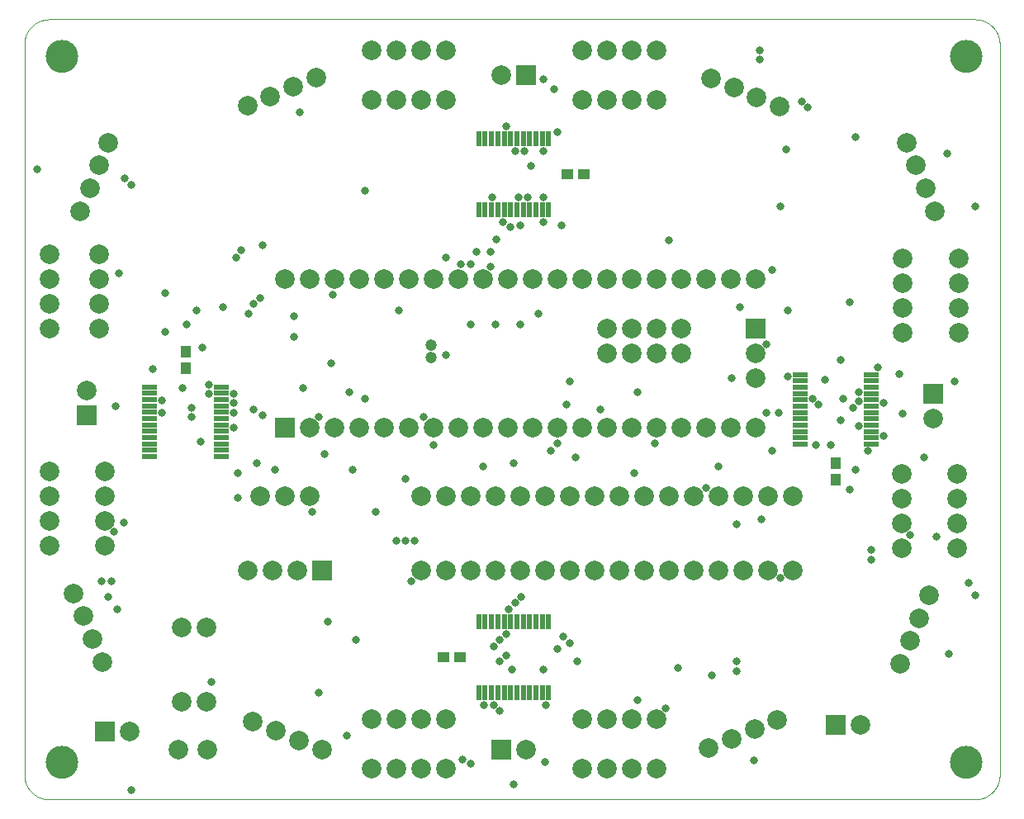
<source format=gts>
G75*
%MOIN*%
%OFA0B0*%
%FSLAX25Y25*%
%IPPOS*%
%LPD*%
%AMOC8*
5,1,8,0,0,1.08239X$1,22.5*
%
%ADD10C,0.00000*%
%ADD11C,0.13098*%
%ADD12C,0.07900*%
%ADD13R,0.07900X0.07900*%
%ADD14C,0.04700*%
%ADD15R,0.01870X0.06000*%
%ADD16R,0.04831X0.04437*%
%ADD17R,0.06000X0.01870*%
%ADD18R,0.04437X0.04831*%
%ADD19C,0.03200*%
D10*
X0086433Y0068933D02*
X0086433Y0363894D01*
X0086436Y0364136D01*
X0086445Y0364377D01*
X0086459Y0364618D01*
X0086480Y0364859D01*
X0086506Y0365099D01*
X0086538Y0365339D01*
X0086576Y0365578D01*
X0086619Y0365815D01*
X0086669Y0366052D01*
X0086724Y0366287D01*
X0086784Y0366521D01*
X0086851Y0366753D01*
X0086922Y0366984D01*
X0087000Y0367213D01*
X0087083Y0367440D01*
X0087171Y0367665D01*
X0087265Y0367888D01*
X0087364Y0368108D01*
X0087469Y0368326D01*
X0087578Y0368541D01*
X0087693Y0368754D01*
X0087813Y0368964D01*
X0087938Y0369170D01*
X0088068Y0369374D01*
X0088203Y0369575D01*
X0088343Y0369772D01*
X0088487Y0369966D01*
X0088636Y0370156D01*
X0088790Y0370342D01*
X0088948Y0370525D01*
X0089110Y0370704D01*
X0089277Y0370879D01*
X0089448Y0371050D01*
X0089623Y0371217D01*
X0089802Y0371379D01*
X0089985Y0371537D01*
X0090171Y0371691D01*
X0090361Y0371840D01*
X0090555Y0371984D01*
X0090752Y0372124D01*
X0090953Y0372259D01*
X0091157Y0372389D01*
X0091363Y0372514D01*
X0091573Y0372634D01*
X0091786Y0372749D01*
X0092001Y0372858D01*
X0092219Y0372963D01*
X0092439Y0373062D01*
X0092662Y0373156D01*
X0092887Y0373244D01*
X0093114Y0373327D01*
X0093343Y0373405D01*
X0093574Y0373476D01*
X0093806Y0373543D01*
X0094040Y0373603D01*
X0094275Y0373658D01*
X0094512Y0373708D01*
X0094749Y0373751D01*
X0094988Y0373789D01*
X0095228Y0373821D01*
X0095468Y0373847D01*
X0095709Y0373868D01*
X0095950Y0373882D01*
X0096191Y0373891D01*
X0096433Y0373894D01*
X0470134Y0373894D01*
X0470376Y0373891D01*
X0470617Y0373882D01*
X0470858Y0373868D01*
X0471099Y0373847D01*
X0471339Y0373821D01*
X0471579Y0373789D01*
X0471818Y0373751D01*
X0472055Y0373708D01*
X0472292Y0373658D01*
X0472527Y0373603D01*
X0472761Y0373543D01*
X0472993Y0373476D01*
X0473224Y0373405D01*
X0473453Y0373327D01*
X0473680Y0373244D01*
X0473905Y0373156D01*
X0474128Y0373062D01*
X0474348Y0372963D01*
X0474566Y0372858D01*
X0474781Y0372749D01*
X0474994Y0372634D01*
X0475204Y0372514D01*
X0475410Y0372389D01*
X0475614Y0372259D01*
X0475815Y0372124D01*
X0476012Y0371984D01*
X0476206Y0371840D01*
X0476396Y0371691D01*
X0476582Y0371537D01*
X0476765Y0371379D01*
X0476944Y0371217D01*
X0477119Y0371050D01*
X0477290Y0370879D01*
X0477457Y0370704D01*
X0477619Y0370525D01*
X0477777Y0370342D01*
X0477931Y0370156D01*
X0478080Y0369966D01*
X0478224Y0369772D01*
X0478364Y0369575D01*
X0478499Y0369374D01*
X0478629Y0369170D01*
X0478754Y0368964D01*
X0478874Y0368754D01*
X0478989Y0368541D01*
X0479098Y0368326D01*
X0479203Y0368108D01*
X0479302Y0367888D01*
X0479396Y0367665D01*
X0479484Y0367440D01*
X0479567Y0367213D01*
X0479645Y0366984D01*
X0479716Y0366753D01*
X0479783Y0366521D01*
X0479843Y0366287D01*
X0479898Y0366052D01*
X0479948Y0365815D01*
X0479991Y0365578D01*
X0480029Y0365339D01*
X0480061Y0365099D01*
X0480087Y0364859D01*
X0480108Y0364618D01*
X0480122Y0364377D01*
X0480131Y0364136D01*
X0480134Y0363894D01*
X0480134Y0068933D01*
X0480131Y0068691D01*
X0480122Y0068450D01*
X0480108Y0068209D01*
X0480087Y0067968D01*
X0480061Y0067728D01*
X0480029Y0067488D01*
X0479991Y0067249D01*
X0479948Y0067012D01*
X0479898Y0066775D01*
X0479843Y0066540D01*
X0479783Y0066306D01*
X0479716Y0066074D01*
X0479645Y0065843D01*
X0479567Y0065614D01*
X0479484Y0065387D01*
X0479396Y0065162D01*
X0479302Y0064939D01*
X0479203Y0064719D01*
X0479098Y0064501D01*
X0478989Y0064286D01*
X0478874Y0064073D01*
X0478754Y0063863D01*
X0478629Y0063657D01*
X0478499Y0063453D01*
X0478364Y0063252D01*
X0478224Y0063055D01*
X0478080Y0062861D01*
X0477931Y0062671D01*
X0477777Y0062485D01*
X0477619Y0062302D01*
X0477457Y0062123D01*
X0477290Y0061948D01*
X0477119Y0061777D01*
X0476944Y0061610D01*
X0476765Y0061448D01*
X0476582Y0061290D01*
X0476396Y0061136D01*
X0476206Y0060987D01*
X0476012Y0060843D01*
X0475815Y0060703D01*
X0475614Y0060568D01*
X0475410Y0060438D01*
X0475204Y0060313D01*
X0474994Y0060193D01*
X0474781Y0060078D01*
X0474566Y0059969D01*
X0474348Y0059864D01*
X0474128Y0059765D01*
X0473905Y0059671D01*
X0473680Y0059583D01*
X0473453Y0059500D01*
X0473224Y0059422D01*
X0472993Y0059351D01*
X0472761Y0059284D01*
X0472527Y0059224D01*
X0472292Y0059169D01*
X0472055Y0059119D01*
X0471818Y0059076D01*
X0471579Y0059038D01*
X0471339Y0059006D01*
X0471099Y0058980D01*
X0470858Y0058959D01*
X0470617Y0058945D01*
X0470376Y0058936D01*
X0470134Y0058933D01*
X0096433Y0058933D01*
X0096191Y0058936D01*
X0095950Y0058945D01*
X0095709Y0058959D01*
X0095468Y0058980D01*
X0095228Y0059006D01*
X0094988Y0059038D01*
X0094749Y0059076D01*
X0094512Y0059119D01*
X0094275Y0059169D01*
X0094040Y0059224D01*
X0093806Y0059284D01*
X0093574Y0059351D01*
X0093343Y0059422D01*
X0093114Y0059500D01*
X0092887Y0059583D01*
X0092662Y0059671D01*
X0092439Y0059765D01*
X0092219Y0059864D01*
X0092001Y0059969D01*
X0091786Y0060078D01*
X0091573Y0060193D01*
X0091363Y0060313D01*
X0091157Y0060438D01*
X0090953Y0060568D01*
X0090752Y0060703D01*
X0090555Y0060843D01*
X0090361Y0060987D01*
X0090171Y0061136D01*
X0089985Y0061290D01*
X0089802Y0061448D01*
X0089623Y0061610D01*
X0089448Y0061777D01*
X0089277Y0061948D01*
X0089110Y0062123D01*
X0088948Y0062302D01*
X0088790Y0062485D01*
X0088636Y0062671D01*
X0088487Y0062861D01*
X0088343Y0063055D01*
X0088203Y0063252D01*
X0088068Y0063453D01*
X0087938Y0063657D01*
X0087813Y0063863D01*
X0087693Y0064073D01*
X0087578Y0064286D01*
X0087469Y0064501D01*
X0087364Y0064719D01*
X0087265Y0064939D01*
X0087171Y0065162D01*
X0087083Y0065387D01*
X0087000Y0065614D01*
X0086922Y0065843D01*
X0086851Y0066074D01*
X0086784Y0066306D01*
X0086724Y0066540D01*
X0086669Y0066775D01*
X0086619Y0067012D01*
X0086576Y0067249D01*
X0086538Y0067488D01*
X0086506Y0067728D01*
X0086480Y0067968D01*
X0086459Y0068209D01*
X0086445Y0068450D01*
X0086436Y0068691D01*
X0086433Y0068933D01*
X0095134Y0073933D02*
X0095136Y0074091D01*
X0095142Y0074249D01*
X0095152Y0074407D01*
X0095166Y0074565D01*
X0095184Y0074722D01*
X0095205Y0074879D01*
X0095231Y0075035D01*
X0095261Y0075191D01*
X0095294Y0075346D01*
X0095332Y0075499D01*
X0095373Y0075652D01*
X0095418Y0075804D01*
X0095467Y0075955D01*
X0095520Y0076104D01*
X0095576Y0076252D01*
X0095636Y0076398D01*
X0095700Y0076543D01*
X0095768Y0076686D01*
X0095839Y0076828D01*
X0095913Y0076968D01*
X0095991Y0077105D01*
X0096073Y0077241D01*
X0096157Y0077375D01*
X0096246Y0077506D01*
X0096337Y0077635D01*
X0096432Y0077762D01*
X0096529Y0077887D01*
X0096630Y0078009D01*
X0096734Y0078128D01*
X0096841Y0078245D01*
X0096951Y0078359D01*
X0097064Y0078470D01*
X0097179Y0078579D01*
X0097297Y0078684D01*
X0097418Y0078786D01*
X0097541Y0078886D01*
X0097667Y0078982D01*
X0097795Y0079075D01*
X0097925Y0079165D01*
X0098058Y0079251D01*
X0098193Y0079335D01*
X0098329Y0079414D01*
X0098468Y0079491D01*
X0098609Y0079563D01*
X0098751Y0079633D01*
X0098895Y0079698D01*
X0099041Y0079760D01*
X0099188Y0079818D01*
X0099337Y0079873D01*
X0099487Y0079924D01*
X0099638Y0079971D01*
X0099790Y0080014D01*
X0099943Y0080053D01*
X0100098Y0080089D01*
X0100253Y0080120D01*
X0100409Y0080148D01*
X0100565Y0080172D01*
X0100722Y0080192D01*
X0100880Y0080208D01*
X0101037Y0080220D01*
X0101196Y0080228D01*
X0101354Y0080232D01*
X0101512Y0080232D01*
X0101670Y0080228D01*
X0101829Y0080220D01*
X0101986Y0080208D01*
X0102144Y0080192D01*
X0102301Y0080172D01*
X0102457Y0080148D01*
X0102613Y0080120D01*
X0102768Y0080089D01*
X0102923Y0080053D01*
X0103076Y0080014D01*
X0103228Y0079971D01*
X0103379Y0079924D01*
X0103529Y0079873D01*
X0103678Y0079818D01*
X0103825Y0079760D01*
X0103971Y0079698D01*
X0104115Y0079633D01*
X0104257Y0079563D01*
X0104398Y0079491D01*
X0104537Y0079414D01*
X0104673Y0079335D01*
X0104808Y0079251D01*
X0104941Y0079165D01*
X0105071Y0079075D01*
X0105199Y0078982D01*
X0105325Y0078886D01*
X0105448Y0078786D01*
X0105569Y0078684D01*
X0105687Y0078579D01*
X0105802Y0078470D01*
X0105915Y0078359D01*
X0106025Y0078245D01*
X0106132Y0078128D01*
X0106236Y0078009D01*
X0106337Y0077887D01*
X0106434Y0077762D01*
X0106529Y0077635D01*
X0106620Y0077506D01*
X0106709Y0077375D01*
X0106793Y0077241D01*
X0106875Y0077105D01*
X0106953Y0076968D01*
X0107027Y0076828D01*
X0107098Y0076686D01*
X0107166Y0076543D01*
X0107230Y0076398D01*
X0107290Y0076252D01*
X0107346Y0076104D01*
X0107399Y0075955D01*
X0107448Y0075804D01*
X0107493Y0075652D01*
X0107534Y0075499D01*
X0107572Y0075346D01*
X0107605Y0075191D01*
X0107635Y0075035D01*
X0107661Y0074879D01*
X0107682Y0074722D01*
X0107700Y0074565D01*
X0107714Y0074407D01*
X0107724Y0074249D01*
X0107730Y0074091D01*
X0107732Y0073933D01*
X0107730Y0073775D01*
X0107724Y0073617D01*
X0107714Y0073459D01*
X0107700Y0073301D01*
X0107682Y0073144D01*
X0107661Y0072987D01*
X0107635Y0072831D01*
X0107605Y0072675D01*
X0107572Y0072520D01*
X0107534Y0072367D01*
X0107493Y0072214D01*
X0107448Y0072062D01*
X0107399Y0071911D01*
X0107346Y0071762D01*
X0107290Y0071614D01*
X0107230Y0071468D01*
X0107166Y0071323D01*
X0107098Y0071180D01*
X0107027Y0071038D01*
X0106953Y0070898D01*
X0106875Y0070761D01*
X0106793Y0070625D01*
X0106709Y0070491D01*
X0106620Y0070360D01*
X0106529Y0070231D01*
X0106434Y0070104D01*
X0106337Y0069979D01*
X0106236Y0069857D01*
X0106132Y0069738D01*
X0106025Y0069621D01*
X0105915Y0069507D01*
X0105802Y0069396D01*
X0105687Y0069287D01*
X0105569Y0069182D01*
X0105448Y0069080D01*
X0105325Y0068980D01*
X0105199Y0068884D01*
X0105071Y0068791D01*
X0104941Y0068701D01*
X0104808Y0068615D01*
X0104673Y0068531D01*
X0104537Y0068452D01*
X0104398Y0068375D01*
X0104257Y0068303D01*
X0104115Y0068233D01*
X0103971Y0068168D01*
X0103825Y0068106D01*
X0103678Y0068048D01*
X0103529Y0067993D01*
X0103379Y0067942D01*
X0103228Y0067895D01*
X0103076Y0067852D01*
X0102923Y0067813D01*
X0102768Y0067777D01*
X0102613Y0067746D01*
X0102457Y0067718D01*
X0102301Y0067694D01*
X0102144Y0067674D01*
X0101986Y0067658D01*
X0101829Y0067646D01*
X0101670Y0067638D01*
X0101512Y0067634D01*
X0101354Y0067634D01*
X0101196Y0067638D01*
X0101037Y0067646D01*
X0100880Y0067658D01*
X0100722Y0067674D01*
X0100565Y0067694D01*
X0100409Y0067718D01*
X0100253Y0067746D01*
X0100098Y0067777D01*
X0099943Y0067813D01*
X0099790Y0067852D01*
X0099638Y0067895D01*
X0099487Y0067942D01*
X0099337Y0067993D01*
X0099188Y0068048D01*
X0099041Y0068106D01*
X0098895Y0068168D01*
X0098751Y0068233D01*
X0098609Y0068303D01*
X0098468Y0068375D01*
X0098329Y0068452D01*
X0098193Y0068531D01*
X0098058Y0068615D01*
X0097925Y0068701D01*
X0097795Y0068791D01*
X0097667Y0068884D01*
X0097541Y0068980D01*
X0097418Y0069080D01*
X0097297Y0069182D01*
X0097179Y0069287D01*
X0097064Y0069396D01*
X0096951Y0069507D01*
X0096841Y0069621D01*
X0096734Y0069738D01*
X0096630Y0069857D01*
X0096529Y0069979D01*
X0096432Y0070104D01*
X0096337Y0070231D01*
X0096246Y0070360D01*
X0096157Y0070491D01*
X0096073Y0070625D01*
X0095991Y0070761D01*
X0095913Y0070898D01*
X0095839Y0071038D01*
X0095768Y0071180D01*
X0095700Y0071323D01*
X0095636Y0071468D01*
X0095576Y0071614D01*
X0095520Y0071762D01*
X0095467Y0071911D01*
X0095418Y0072062D01*
X0095373Y0072214D01*
X0095332Y0072367D01*
X0095294Y0072520D01*
X0095261Y0072675D01*
X0095231Y0072831D01*
X0095205Y0072987D01*
X0095184Y0073144D01*
X0095166Y0073301D01*
X0095152Y0073459D01*
X0095142Y0073617D01*
X0095136Y0073775D01*
X0095134Y0073933D01*
X0460134Y0073933D02*
X0460136Y0074091D01*
X0460142Y0074249D01*
X0460152Y0074407D01*
X0460166Y0074565D01*
X0460184Y0074722D01*
X0460205Y0074879D01*
X0460231Y0075035D01*
X0460261Y0075191D01*
X0460294Y0075346D01*
X0460332Y0075499D01*
X0460373Y0075652D01*
X0460418Y0075804D01*
X0460467Y0075955D01*
X0460520Y0076104D01*
X0460576Y0076252D01*
X0460636Y0076398D01*
X0460700Y0076543D01*
X0460768Y0076686D01*
X0460839Y0076828D01*
X0460913Y0076968D01*
X0460991Y0077105D01*
X0461073Y0077241D01*
X0461157Y0077375D01*
X0461246Y0077506D01*
X0461337Y0077635D01*
X0461432Y0077762D01*
X0461529Y0077887D01*
X0461630Y0078009D01*
X0461734Y0078128D01*
X0461841Y0078245D01*
X0461951Y0078359D01*
X0462064Y0078470D01*
X0462179Y0078579D01*
X0462297Y0078684D01*
X0462418Y0078786D01*
X0462541Y0078886D01*
X0462667Y0078982D01*
X0462795Y0079075D01*
X0462925Y0079165D01*
X0463058Y0079251D01*
X0463193Y0079335D01*
X0463329Y0079414D01*
X0463468Y0079491D01*
X0463609Y0079563D01*
X0463751Y0079633D01*
X0463895Y0079698D01*
X0464041Y0079760D01*
X0464188Y0079818D01*
X0464337Y0079873D01*
X0464487Y0079924D01*
X0464638Y0079971D01*
X0464790Y0080014D01*
X0464943Y0080053D01*
X0465098Y0080089D01*
X0465253Y0080120D01*
X0465409Y0080148D01*
X0465565Y0080172D01*
X0465722Y0080192D01*
X0465880Y0080208D01*
X0466037Y0080220D01*
X0466196Y0080228D01*
X0466354Y0080232D01*
X0466512Y0080232D01*
X0466670Y0080228D01*
X0466829Y0080220D01*
X0466986Y0080208D01*
X0467144Y0080192D01*
X0467301Y0080172D01*
X0467457Y0080148D01*
X0467613Y0080120D01*
X0467768Y0080089D01*
X0467923Y0080053D01*
X0468076Y0080014D01*
X0468228Y0079971D01*
X0468379Y0079924D01*
X0468529Y0079873D01*
X0468678Y0079818D01*
X0468825Y0079760D01*
X0468971Y0079698D01*
X0469115Y0079633D01*
X0469257Y0079563D01*
X0469398Y0079491D01*
X0469537Y0079414D01*
X0469673Y0079335D01*
X0469808Y0079251D01*
X0469941Y0079165D01*
X0470071Y0079075D01*
X0470199Y0078982D01*
X0470325Y0078886D01*
X0470448Y0078786D01*
X0470569Y0078684D01*
X0470687Y0078579D01*
X0470802Y0078470D01*
X0470915Y0078359D01*
X0471025Y0078245D01*
X0471132Y0078128D01*
X0471236Y0078009D01*
X0471337Y0077887D01*
X0471434Y0077762D01*
X0471529Y0077635D01*
X0471620Y0077506D01*
X0471709Y0077375D01*
X0471793Y0077241D01*
X0471875Y0077105D01*
X0471953Y0076968D01*
X0472027Y0076828D01*
X0472098Y0076686D01*
X0472166Y0076543D01*
X0472230Y0076398D01*
X0472290Y0076252D01*
X0472346Y0076104D01*
X0472399Y0075955D01*
X0472448Y0075804D01*
X0472493Y0075652D01*
X0472534Y0075499D01*
X0472572Y0075346D01*
X0472605Y0075191D01*
X0472635Y0075035D01*
X0472661Y0074879D01*
X0472682Y0074722D01*
X0472700Y0074565D01*
X0472714Y0074407D01*
X0472724Y0074249D01*
X0472730Y0074091D01*
X0472732Y0073933D01*
X0472730Y0073775D01*
X0472724Y0073617D01*
X0472714Y0073459D01*
X0472700Y0073301D01*
X0472682Y0073144D01*
X0472661Y0072987D01*
X0472635Y0072831D01*
X0472605Y0072675D01*
X0472572Y0072520D01*
X0472534Y0072367D01*
X0472493Y0072214D01*
X0472448Y0072062D01*
X0472399Y0071911D01*
X0472346Y0071762D01*
X0472290Y0071614D01*
X0472230Y0071468D01*
X0472166Y0071323D01*
X0472098Y0071180D01*
X0472027Y0071038D01*
X0471953Y0070898D01*
X0471875Y0070761D01*
X0471793Y0070625D01*
X0471709Y0070491D01*
X0471620Y0070360D01*
X0471529Y0070231D01*
X0471434Y0070104D01*
X0471337Y0069979D01*
X0471236Y0069857D01*
X0471132Y0069738D01*
X0471025Y0069621D01*
X0470915Y0069507D01*
X0470802Y0069396D01*
X0470687Y0069287D01*
X0470569Y0069182D01*
X0470448Y0069080D01*
X0470325Y0068980D01*
X0470199Y0068884D01*
X0470071Y0068791D01*
X0469941Y0068701D01*
X0469808Y0068615D01*
X0469673Y0068531D01*
X0469537Y0068452D01*
X0469398Y0068375D01*
X0469257Y0068303D01*
X0469115Y0068233D01*
X0468971Y0068168D01*
X0468825Y0068106D01*
X0468678Y0068048D01*
X0468529Y0067993D01*
X0468379Y0067942D01*
X0468228Y0067895D01*
X0468076Y0067852D01*
X0467923Y0067813D01*
X0467768Y0067777D01*
X0467613Y0067746D01*
X0467457Y0067718D01*
X0467301Y0067694D01*
X0467144Y0067674D01*
X0466986Y0067658D01*
X0466829Y0067646D01*
X0466670Y0067638D01*
X0466512Y0067634D01*
X0466354Y0067634D01*
X0466196Y0067638D01*
X0466037Y0067646D01*
X0465880Y0067658D01*
X0465722Y0067674D01*
X0465565Y0067694D01*
X0465409Y0067718D01*
X0465253Y0067746D01*
X0465098Y0067777D01*
X0464943Y0067813D01*
X0464790Y0067852D01*
X0464638Y0067895D01*
X0464487Y0067942D01*
X0464337Y0067993D01*
X0464188Y0068048D01*
X0464041Y0068106D01*
X0463895Y0068168D01*
X0463751Y0068233D01*
X0463609Y0068303D01*
X0463468Y0068375D01*
X0463329Y0068452D01*
X0463193Y0068531D01*
X0463058Y0068615D01*
X0462925Y0068701D01*
X0462795Y0068791D01*
X0462667Y0068884D01*
X0462541Y0068980D01*
X0462418Y0069080D01*
X0462297Y0069182D01*
X0462179Y0069287D01*
X0462064Y0069396D01*
X0461951Y0069507D01*
X0461841Y0069621D01*
X0461734Y0069738D01*
X0461630Y0069857D01*
X0461529Y0069979D01*
X0461432Y0070104D01*
X0461337Y0070231D01*
X0461246Y0070360D01*
X0461157Y0070491D01*
X0461073Y0070625D01*
X0460991Y0070761D01*
X0460913Y0070898D01*
X0460839Y0071038D01*
X0460768Y0071180D01*
X0460700Y0071323D01*
X0460636Y0071468D01*
X0460576Y0071614D01*
X0460520Y0071762D01*
X0460467Y0071911D01*
X0460418Y0072062D01*
X0460373Y0072214D01*
X0460332Y0072367D01*
X0460294Y0072520D01*
X0460261Y0072675D01*
X0460231Y0072831D01*
X0460205Y0072987D01*
X0460184Y0073144D01*
X0460166Y0073301D01*
X0460152Y0073459D01*
X0460142Y0073617D01*
X0460136Y0073775D01*
X0460134Y0073933D01*
X0460134Y0358933D02*
X0460136Y0359091D01*
X0460142Y0359249D01*
X0460152Y0359407D01*
X0460166Y0359565D01*
X0460184Y0359722D01*
X0460205Y0359879D01*
X0460231Y0360035D01*
X0460261Y0360191D01*
X0460294Y0360346D01*
X0460332Y0360499D01*
X0460373Y0360652D01*
X0460418Y0360804D01*
X0460467Y0360955D01*
X0460520Y0361104D01*
X0460576Y0361252D01*
X0460636Y0361398D01*
X0460700Y0361543D01*
X0460768Y0361686D01*
X0460839Y0361828D01*
X0460913Y0361968D01*
X0460991Y0362105D01*
X0461073Y0362241D01*
X0461157Y0362375D01*
X0461246Y0362506D01*
X0461337Y0362635D01*
X0461432Y0362762D01*
X0461529Y0362887D01*
X0461630Y0363009D01*
X0461734Y0363128D01*
X0461841Y0363245D01*
X0461951Y0363359D01*
X0462064Y0363470D01*
X0462179Y0363579D01*
X0462297Y0363684D01*
X0462418Y0363786D01*
X0462541Y0363886D01*
X0462667Y0363982D01*
X0462795Y0364075D01*
X0462925Y0364165D01*
X0463058Y0364251D01*
X0463193Y0364335D01*
X0463329Y0364414D01*
X0463468Y0364491D01*
X0463609Y0364563D01*
X0463751Y0364633D01*
X0463895Y0364698D01*
X0464041Y0364760D01*
X0464188Y0364818D01*
X0464337Y0364873D01*
X0464487Y0364924D01*
X0464638Y0364971D01*
X0464790Y0365014D01*
X0464943Y0365053D01*
X0465098Y0365089D01*
X0465253Y0365120D01*
X0465409Y0365148D01*
X0465565Y0365172D01*
X0465722Y0365192D01*
X0465880Y0365208D01*
X0466037Y0365220D01*
X0466196Y0365228D01*
X0466354Y0365232D01*
X0466512Y0365232D01*
X0466670Y0365228D01*
X0466829Y0365220D01*
X0466986Y0365208D01*
X0467144Y0365192D01*
X0467301Y0365172D01*
X0467457Y0365148D01*
X0467613Y0365120D01*
X0467768Y0365089D01*
X0467923Y0365053D01*
X0468076Y0365014D01*
X0468228Y0364971D01*
X0468379Y0364924D01*
X0468529Y0364873D01*
X0468678Y0364818D01*
X0468825Y0364760D01*
X0468971Y0364698D01*
X0469115Y0364633D01*
X0469257Y0364563D01*
X0469398Y0364491D01*
X0469537Y0364414D01*
X0469673Y0364335D01*
X0469808Y0364251D01*
X0469941Y0364165D01*
X0470071Y0364075D01*
X0470199Y0363982D01*
X0470325Y0363886D01*
X0470448Y0363786D01*
X0470569Y0363684D01*
X0470687Y0363579D01*
X0470802Y0363470D01*
X0470915Y0363359D01*
X0471025Y0363245D01*
X0471132Y0363128D01*
X0471236Y0363009D01*
X0471337Y0362887D01*
X0471434Y0362762D01*
X0471529Y0362635D01*
X0471620Y0362506D01*
X0471709Y0362375D01*
X0471793Y0362241D01*
X0471875Y0362105D01*
X0471953Y0361968D01*
X0472027Y0361828D01*
X0472098Y0361686D01*
X0472166Y0361543D01*
X0472230Y0361398D01*
X0472290Y0361252D01*
X0472346Y0361104D01*
X0472399Y0360955D01*
X0472448Y0360804D01*
X0472493Y0360652D01*
X0472534Y0360499D01*
X0472572Y0360346D01*
X0472605Y0360191D01*
X0472635Y0360035D01*
X0472661Y0359879D01*
X0472682Y0359722D01*
X0472700Y0359565D01*
X0472714Y0359407D01*
X0472724Y0359249D01*
X0472730Y0359091D01*
X0472732Y0358933D01*
X0472730Y0358775D01*
X0472724Y0358617D01*
X0472714Y0358459D01*
X0472700Y0358301D01*
X0472682Y0358144D01*
X0472661Y0357987D01*
X0472635Y0357831D01*
X0472605Y0357675D01*
X0472572Y0357520D01*
X0472534Y0357367D01*
X0472493Y0357214D01*
X0472448Y0357062D01*
X0472399Y0356911D01*
X0472346Y0356762D01*
X0472290Y0356614D01*
X0472230Y0356468D01*
X0472166Y0356323D01*
X0472098Y0356180D01*
X0472027Y0356038D01*
X0471953Y0355898D01*
X0471875Y0355761D01*
X0471793Y0355625D01*
X0471709Y0355491D01*
X0471620Y0355360D01*
X0471529Y0355231D01*
X0471434Y0355104D01*
X0471337Y0354979D01*
X0471236Y0354857D01*
X0471132Y0354738D01*
X0471025Y0354621D01*
X0470915Y0354507D01*
X0470802Y0354396D01*
X0470687Y0354287D01*
X0470569Y0354182D01*
X0470448Y0354080D01*
X0470325Y0353980D01*
X0470199Y0353884D01*
X0470071Y0353791D01*
X0469941Y0353701D01*
X0469808Y0353615D01*
X0469673Y0353531D01*
X0469537Y0353452D01*
X0469398Y0353375D01*
X0469257Y0353303D01*
X0469115Y0353233D01*
X0468971Y0353168D01*
X0468825Y0353106D01*
X0468678Y0353048D01*
X0468529Y0352993D01*
X0468379Y0352942D01*
X0468228Y0352895D01*
X0468076Y0352852D01*
X0467923Y0352813D01*
X0467768Y0352777D01*
X0467613Y0352746D01*
X0467457Y0352718D01*
X0467301Y0352694D01*
X0467144Y0352674D01*
X0466986Y0352658D01*
X0466829Y0352646D01*
X0466670Y0352638D01*
X0466512Y0352634D01*
X0466354Y0352634D01*
X0466196Y0352638D01*
X0466037Y0352646D01*
X0465880Y0352658D01*
X0465722Y0352674D01*
X0465565Y0352694D01*
X0465409Y0352718D01*
X0465253Y0352746D01*
X0465098Y0352777D01*
X0464943Y0352813D01*
X0464790Y0352852D01*
X0464638Y0352895D01*
X0464487Y0352942D01*
X0464337Y0352993D01*
X0464188Y0353048D01*
X0464041Y0353106D01*
X0463895Y0353168D01*
X0463751Y0353233D01*
X0463609Y0353303D01*
X0463468Y0353375D01*
X0463329Y0353452D01*
X0463193Y0353531D01*
X0463058Y0353615D01*
X0462925Y0353701D01*
X0462795Y0353791D01*
X0462667Y0353884D01*
X0462541Y0353980D01*
X0462418Y0354080D01*
X0462297Y0354182D01*
X0462179Y0354287D01*
X0462064Y0354396D01*
X0461951Y0354507D01*
X0461841Y0354621D01*
X0461734Y0354738D01*
X0461630Y0354857D01*
X0461529Y0354979D01*
X0461432Y0355104D01*
X0461337Y0355231D01*
X0461246Y0355360D01*
X0461157Y0355491D01*
X0461073Y0355625D01*
X0460991Y0355761D01*
X0460913Y0355898D01*
X0460839Y0356038D01*
X0460768Y0356180D01*
X0460700Y0356323D01*
X0460636Y0356468D01*
X0460576Y0356614D01*
X0460520Y0356762D01*
X0460467Y0356911D01*
X0460418Y0357062D01*
X0460373Y0357214D01*
X0460332Y0357367D01*
X0460294Y0357520D01*
X0460261Y0357675D01*
X0460231Y0357831D01*
X0460205Y0357987D01*
X0460184Y0358144D01*
X0460166Y0358301D01*
X0460152Y0358459D01*
X0460142Y0358617D01*
X0460136Y0358775D01*
X0460134Y0358933D01*
X0095134Y0358933D02*
X0095136Y0359091D01*
X0095142Y0359249D01*
X0095152Y0359407D01*
X0095166Y0359565D01*
X0095184Y0359722D01*
X0095205Y0359879D01*
X0095231Y0360035D01*
X0095261Y0360191D01*
X0095294Y0360346D01*
X0095332Y0360499D01*
X0095373Y0360652D01*
X0095418Y0360804D01*
X0095467Y0360955D01*
X0095520Y0361104D01*
X0095576Y0361252D01*
X0095636Y0361398D01*
X0095700Y0361543D01*
X0095768Y0361686D01*
X0095839Y0361828D01*
X0095913Y0361968D01*
X0095991Y0362105D01*
X0096073Y0362241D01*
X0096157Y0362375D01*
X0096246Y0362506D01*
X0096337Y0362635D01*
X0096432Y0362762D01*
X0096529Y0362887D01*
X0096630Y0363009D01*
X0096734Y0363128D01*
X0096841Y0363245D01*
X0096951Y0363359D01*
X0097064Y0363470D01*
X0097179Y0363579D01*
X0097297Y0363684D01*
X0097418Y0363786D01*
X0097541Y0363886D01*
X0097667Y0363982D01*
X0097795Y0364075D01*
X0097925Y0364165D01*
X0098058Y0364251D01*
X0098193Y0364335D01*
X0098329Y0364414D01*
X0098468Y0364491D01*
X0098609Y0364563D01*
X0098751Y0364633D01*
X0098895Y0364698D01*
X0099041Y0364760D01*
X0099188Y0364818D01*
X0099337Y0364873D01*
X0099487Y0364924D01*
X0099638Y0364971D01*
X0099790Y0365014D01*
X0099943Y0365053D01*
X0100098Y0365089D01*
X0100253Y0365120D01*
X0100409Y0365148D01*
X0100565Y0365172D01*
X0100722Y0365192D01*
X0100880Y0365208D01*
X0101037Y0365220D01*
X0101196Y0365228D01*
X0101354Y0365232D01*
X0101512Y0365232D01*
X0101670Y0365228D01*
X0101829Y0365220D01*
X0101986Y0365208D01*
X0102144Y0365192D01*
X0102301Y0365172D01*
X0102457Y0365148D01*
X0102613Y0365120D01*
X0102768Y0365089D01*
X0102923Y0365053D01*
X0103076Y0365014D01*
X0103228Y0364971D01*
X0103379Y0364924D01*
X0103529Y0364873D01*
X0103678Y0364818D01*
X0103825Y0364760D01*
X0103971Y0364698D01*
X0104115Y0364633D01*
X0104257Y0364563D01*
X0104398Y0364491D01*
X0104537Y0364414D01*
X0104673Y0364335D01*
X0104808Y0364251D01*
X0104941Y0364165D01*
X0105071Y0364075D01*
X0105199Y0363982D01*
X0105325Y0363886D01*
X0105448Y0363786D01*
X0105569Y0363684D01*
X0105687Y0363579D01*
X0105802Y0363470D01*
X0105915Y0363359D01*
X0106025Y0363245D01*
X0106132Y0363128D01*
X0106236Y0363009D01*
X0106337Y0362887D01*
X0106434Y0362762D01*
X0106529Y0362635D01*
X0106620Y0362506D01*
X0106709Y0362375D01*
X0106793Y0362241D01*
X0106875Y0362105D01*
X0106953Y0361968D01*
X0107027Y0361828D01*
X0107098Y0361686D01*
X0107166Y0361543D01*
X0107230Y0361398D01*
X0107290Y0361252D01*
X0107346Y0361104D01*
X0107399Y0360955D01*
X0107448Y0360804D01*
X0107493Y0360652D01*
X0107534Y0360499D01*
X0107572Y0360346D01*
X0107605Y0360191D01*
X0107635Y0360035D01*
X0107661Y0359879D01*
X0107682Y0359722D01*
X0107700Y0359565D01*
X0107714Y0359407D01*
X0107724Y0359249D01*
X0107730Y0359091D01*
X0107732Y0358933D01*
X0107730Y0358775D01*
X0107724Y0358617D01*
X0107714Y0358459D01*
X0107700Y0358301D01*
X0107682Y0358144D01*
X0107661Y0357987D01*
X0107635Y0357831D01*
X0107605Y0357675D01*
X0107572Y0357520D01*
X0107534Y0357367D01*
X0107493Y0357214D01*
X0107448Y0357062D01*
X0107399Y0356911D01*
X0107346Y0356762D01*
X0107290Y0356614D01*
X0107230Y0356468D01*
X0107166Y0356323D01*
X0107098Y0356180D01*
X0107027Y0356038D01*
X0106953Y0355898D01*
X0106875Y0355761D01*
X0106793Y0355625D01*
X0106709Y0355491D01*
X0106620Y0355360D01*
X0106529Y0355231D01*
X0106434Y0355104D01*
X0106337Y0354979D01*
X0106236Y0354857D01*
X0106132Y0354738D01*
X0106025Y0354621D01*
X0105915Y0354507D01*
X0105802Y0354396D01*
X0105687Y0354287D01*
X0105569Y0354182D01*
X0105448Y0354080D01*
X0105325Y0353980D01*
X0105199Y0353884D01*
X0105071Y0353791D01*
X0104941Y0353701D01*
X0104808Y0353615D01*
X0104673Y0353531D01*
X0104537Y0353452D01*
X0104398Y0353375D01*
X0104257Y0353303D01*
X0104115Y0353233D01*
X0103971Y0353168D01*
X0103825Y0353106D01*
X0103678Y0353048D01*
X0103529Y0352993D01*
X0103379Y0352942D01*
X0103228Y0352895D01*
X0103076Y0352852D01*
X0102923Y0352813D01*
X0102768Y0352777D01*
X0102613Y0352746D01*
X0102457Y0352718D01*
X0102301Y0352694D01*
X0102144Y0352674D01*
X0101986Y0352658D01*
X0101829Y0352646D01*
X0101670Y0352638D01*
X0101512Y0352634D01*
X0101354Y0352634D01*
X0101196Y0352638D01*
X0101037Y0352646D01*
X0100880Y0352658D01*
X0100722Y0352674D01*
X0100565Y0352694D01*
X0100409Y0352718D01*
X0100253Y0352746D01*
X0100098Y0352777D01*
X0099943Y0352813D01*
X0099790Y0352852D01*
X0099638Y0352895D01*
X0099487Y0352942D01*
X0099337Y0352993D01*
X0099188Y0353048D01*
X0099041Y0353106D01*
X0098895Y0353168D01*
X0098751Y0353233D01*
X0098609Y0353303D01*
X0098468Y0353375D01*
X0098329Y0353452D01*
X0098193Y0353531D01*
X0098058Y0353615D01*
X0097925Y0353701D01*
X0097795Y0353791D01*
X0097667Y0353884D01*
X0097541Y0353980D01*
X0097418Y0354080D01*
X0097297Y0354182D01*
X0097179Y0354287D01*
X0097064Y0354396D01*
X0096951Y0354507D01*
X0096841Y0354621D01*
X0096734Y0354738D01*
X0096630Y0354857D01*
X0096529Y0354979D01*
X0096432Y0355104D01*
X0096337Y0355231D01*
X0096246Y0355360D01*
X0096157Y0355491D01*
X0096073Y0355625D01*
X0095991Y0355761D01*
X0095913Y0355898D01*
X0095839Y0356038D01*
X0095768Y0356180D01*
X0095700Y0356323D01*
X0095636Y0356468D01*
X0095576Y0356614D01*
X0095520Y0356762D01*
X0095467Y0356911D01*
X0095418Y0357062D01*
X0095373Y0357214D01*
X0095332Y0357367D01*
X0095294Y0357520D01*
X0095261Y0357675D01*
X0095231Y0357831D01*
X0095205Y0357987D01*
X0095184Y0358144D01*
X0095166Y0358301D01*
X0095152Y0358459D01*
X0095142Y0358617D01*
X0095136Y0358775D01*
X0095134Y0358933D01*
D11*
X0101433Y0358933D03*
X0466433Y0358933D03*
X0466433Y0073933D03*
X0101433Y0073933D03*
D12*
X0128933Y0086433D03*
X0148707Y0078977D03*
X0160107Y0078977D03*
X0159761Y0098266D03*
X0149761Y0098266D03*
X0117801Y0114486D03*
X0113974Y0123725D03*
X0110148Y0132963D03*
X0106321Y0142202D03*
X0096433Y0161433D03*
X0096433Y0171433D03*
X0096433Y0181433D03*
X0096433Y0191433D03*
X0118933Y0191433D03*
X0118933Y0181433D03*
X0118933Y0171433D03*
X0118933Y0161433D03*
X0149761Y0128266D03*
X0159761Y0128266D03*
X0176433Y0151433D03*
X0186433Y0151433D03*
X0196433Y0151433D03*
X0191433Y0181433D03*
X0181433Y0181433D03*
X0201433Y0181433D03*
X0201433Y0208933D03*
X0211433Y0208933D03*
X0221433Y0208933D03*
X0231433Y0208933D03*
X0241433Y0208933D03*
X0251433Y0208933D03*
X0261433Y0208933D03*
X0271433Y0208933D03*
X0281433Y0208933D03*
X0291433Y0208933D03*
X0301433Y0208933D03*
X0311433Y0208933D03*
X0321433Y0208933D03*
X0331433Y0208933D03*
X0341433Y0208933D03*
X0351433Y0208933D03*
X0361433Y0208933D03*
X0371433Y0208933D03*
X0381433Y0208933D03*
X0381433Y0228933D03*
X0381433Y0238933D03*
X0351433Y0238933D03*
X0341433Y0238933D03*
X0331433Y0238933D03*
X0321433Y0238933D03*
X0321433Y0248933D03*
X0331433Y0248933D03*
X0341433Y0248933D03*
X0351433Y0248933D03*
X0351433Y0268933D03*
X0341433Y0268933D03*
X0331433Y0268933D03*
X0321433Y0268933D03*
X0311433Y0268933D03*
X0301433Y0268933D03*
X0291433Y0268933D03*
X0281433Y0268933D03*
X0271433Y0268933D03*
X0261433Y0268933D03*
X0251433Y0268933D03*
X0241433Y0268933D03*
X0231433Y0268933D03*
X0221433Y0268933D03*
X0211433Y0268933D03*
X0201433Y0268933D03*
X0191433Y0268933D03*
X0120414Y0324149D03*
X0116587Y0314911D03*
X0112760Y0305672D03*
X0108933Y0296433D03*
X0116433Y0278933D03*
X0116433Y0268933D03*
X0116433Y0258933D03*
X0116433Y0248933D03*
X0096433Y0248933D03*
X0096433Y0258933D03*
X0096433Y0268933D03*
X0096433Y0278933D03*
X0111433Y0223933D03*
X0246433Y0181433D03*
X0256433Y0181433D03*
X0266433Y0181433D03*
X0276433Y0181433D03*
X0286433Y0181433D03*
X0296433Y0181433D03*
X0306433Y0181433D03*
X0316433Y0181433D03*
X0326433Y0181433D03*
X0336433Y0181433D03*
X0346433Y0181433D03*
X0356433Y0181433D03*
X0366433Y0181433D03*
X0376433Y0181433D03*
X0386433Y0181433D03*
X0396433Y0181433D03*
X0440559Y0180468D03*
X0440559Y0170468D03*
X0440559Y0160468D03*
X0451433Y0141433D03*
X0447606Y0132194D03*
X0443779Y0122955D03*
X0439953Y0113717D03*
X0423933Y0088933D03*
X0390340Y0091181D03*
X0381101Y0087354D03*
X0371862Y0083527D03*
X0362624Y0079700D03*
X0341433Y0071433D03*
X0331433Y0071433D03*
X0321433Y0071433D03*
X0311433Y0071433D03*
X0289012Y0079212D03*
X0311433Y0091433D03*
X0321433Y0091433D03*
X0331433Y0091433D03*
X0341433Y0091433D03*
X0336433Y0151433D03*
X0326433Y0151433D03*
X0316433Y0151433D03*
X0306433Y0151433D03*
X0296433Y0151433D03*
X0286433Y0151433D03*
X0276433Y0151433D03*
X0266433Y0151433D03*
X0256433Y0151433D03*
X0246433Y0151433D03*
X0246433Y0091433D03*
X0256433Y0091433D03*
X0236433Y0091433D03*
X0226433Y0091433D03*
X0206433Y0078933D03*
X0197194Y0082760D03*
X0187955Y0086587D03*
X0178717Y0090414D03*
X0226433Y0071433D03*
X0236433Y0071433D03*
X0246433Y0071433D03*
X0256433Y0071433D03*
X0346433Y0151433D03*
X0356433Y0151433D03*
X0366433Y0151433D03*
X0376433Y0151433D03*
X0386433Y0151433D03*
X0396433Y0151433D03*
X0440559Y0190468D03*
X0463059Y0190468D03*
X0463059Y0180468D03*
X0463059Y0170468D03*
X0463059Y0160468D03*
X0453222Y0212775D03*
X0463564Y0247427D03*
X0463564Y0257427D03*
X0463564Y0267427D03*
X0463564Y0277427D03*
X0441064Y0277427D03*
X0441064Y0267427D03*
X0441064Y0257427D03*
X0441064Y0247427D03*
X0381433Y0268933D03*
X0371433Y0268933D03*
X0361433Y0268933D03*
X0446279Y0314911D03*
X0442453Y0324149D03*
X0450106Y0305672D03*
X0453933Y0296433D03*
X0391251Y0338579D03*
X0382012Y0342406D03*
X0372773Y0346232D03*
X0363535Y0350059D03*
X0341433Y0341433D03*
X0331433Y0341433D03*
X0321433Y0341433D03*
X0311433Y0341433D03*
X0311433Y0361433D03*
X0321433Y0361433D03*
X0331433Y0361433D03*
X0341433Y0361433D03*
X0278933Y0351433D03*
X0256433Y0341433D03*
X0246433Y0341433D03*
X0236433Y0341433D03*
X0226433Y0341433D03*
X0204149Y0350414D03*
X0194911Y0346587D03*
X0185672Y0342760D03*
X0176433Y0338933D03*
X0226433Y0361433D03*
X0236433Y0361433D03*
X0246433Y0361433D03*
X0256433Y0361433D03*
D13*
X0288933Y0351433D03*
X0381433Y0248933D03*
X0453222Y0222775D03*
X0413933Y0088933D03*
X0279012Y0079212D03*
X0206433Y0151433D03*
X0191433Y0208933D03*
X0111433Y0213933D03*
X0118933Y0086433D03*
D14*
X0250433Y0237333D03*
X0250433Y0242533D03*
D15*
X0269858Y0297039D03*
X0272417Y0297039D03*
X0274976Y0297039D03*
X0277535Y0297039D03*
X0280094Y0297039D03*
X0282654Y0297039D03*
X0285213Y0297039D03*
X0287772Y0297039D03*
X0290331Y0297039D03*
X0292890Y0297039D03*
X0295449Y0297039D03*
X0298008Y0297039D03*
X0298008Y0325827D03*
X0295449Y0325827D03*
X0292890Y0325827D03*
X0290331Y0325827D03*
X0287772Y0325827D03*
X0285213Y0325827D03*
X0282654Y0325827D03*
X0280094Y0325827D03*
X0277535Y0325827D03*
X0274976Y0325827D03*
X0272417Y0325827D03*
X0269858Y0325827D03*
X0269858Y0130827D03*
X0272417Y0130827D03*
X0274976Y0130827D03*
X0277535Y0130827D03*
X0280094Y0130827D03*
X0282654Y0130827D03*
X0285213Y0130827D03*
X0287772Y0130827D03*
X0290331Y0130827D03*
X0292890Y0130827D03*
X0295449Y0130827D03*
X0298008Y0130827D03*
X0298008Y0102039D03*
X0295449Y0102039D03*
X0292890Y0102039D03*
X0290331Y0102039D03*
X0287772Y0102039D03*
X0285213Y0102039D03*
X0282654Y0102039D03*
X0280094Y0102039D03*
X0277535Y0102039D03*
X0274976Y0102039D03*
X0272417Y0102039D03*
X0269858Y0102039D03*
D16*
X0262280Y0116433D03*
X0255587Y0116433D03*
X0305587Y0311433D03*
X0312280Y0311433D03*
D17*
X0399539Y0230508D03*
X0399539Y0227949D03*
X0399539Y0225390D03*
X0399539Y0222831D03*
X0399539Y0220272D03*
X0399539Y0217713D03*
X0399539Y0215154D03*
X0399539Y0212594D03*
X0399539Y0210035D03*
X0399539Y0207476D03*
X0399539Y0204917D03*
X0399539Y0202358D03*
X0428327Y0202358D03*
X0428327Y0204917D03*
X0428327Y0207476D03*
X0428327Y0210035D03*
X0428327Y0212594D03*
X0428327Y0215154D03*
X0428327Y0217713D03*
X0428327Y0220272D03*
X0428327Y0222831D03*
X0428327Y0225390D03*
X0428327Y0227949D03*
X0428327Y0230508D03*
X0165827Y0225508D03*
X0165827Y0222949D03*
X0165827Y0220390D03*
X0165827Y0217831D03*
X0165827Y0215272D03*
X0165827Y0212713D03*
X0165827Y0210154D03*
X0165827Y0207594D03*
X0165827Y0205035D03*
X0165827Y0202476D03*
X0165827Y0199917D03*
X0165827Y0197358D03*
X0137039Y0197358D03*
X0137039Y0199917D03*
X0137039Y0202476D03*
X0137039Y0205035D03*
X0137039Y0207594D03*
X0137039Y0210154D03*
X0137039Y0212713D03*
X0137039Y0215272D03*
X0137039Y0217831D03*
X0137039Y0220390D03*
X0137039Y0222949D03*
X0137039Y0225508D03*
D18*
X0151433Y0233087D03*
X0151433Y0239780D03*
X0413933Y0194780D03*
X0413933Y0188087D03*
D19*
X0419558Y0183933D03*
X0422058Y0192058D03*
X0427058Y0199558D03*
X0433308Y0205808D03*
X0423308Y0209558D03*
X0415808Y0212058D03*
X0420808Y0217058D03*
X0423308Y0219558D03*
X0423308Y0223308D03*
X0417058Y0220808D03*
X0407058Y0218308D03*
X0404558Y0220808D03*
X0409558Y0228308D03*
X0415808Y0236433D03*
X0430808Y0233308D03*
X0439558Y0230808D03*
X0433308Y0218933D03*
X0440808Y0214558D03*
X0462058Y0227683D03*
X0449558Y0197058D03*
X0412058Y0202058D03*
X0405808Y0202058D03*
X0388308Y0199558D03*
X0385808Y0215183D03*
X0390808Y0215183D03*
X0394558Y0229558D03*
X0385808Y0242683D03*
X0394558Y0256433D03*
X0375183Y0257683D03*
X0388308Y0272683D03*
X0391433Y0298308D03*
X0393933Y0321433D03*
X0402683Y0338308D03*
X0400183Y0340808D03*
X0383308Y0357683D03*
X0383308Y0361433D03*
X0422058Y0326433D03*
X0458933Y0319558D03*
X0470183Y0298308D03*
X0419558Y0259558D03*
X0372058Y0228933D03*
X0340808Y0202683D03*
X0332683Y0190808D03*
X0308933Y0197058D03*
X0301433Y0202683D03*
X0298933Y0199558D03*
X0283933Y0194558D03*
X0271433Y0193308D03*
X0251433Y0202058D03*
X0247683Y0213308D03*
X0223933Y0220808D03*
X0217683Y0223308D03*
X0210183Y0235183D03*
X0198933Y0225183D03*
X0205183Y0213308D03*
X0207683Y0198308D03*
X0218933Y0192058D03*
X0228308Y0175183D03*
X0236433Y0163308D03*
X0240183Y0163308D03*
X0243933Y0163308D03*
X0242683Y0147058D03*
X0220183Y0123308D03*
X0208933Y0130808D03*
X0205183Y0102058D03*
X0216433Y0084558D03*
X0263308Y0075183D03*
X0266433Y0073308D03*
X0283933Y0065183D03*
X0296433Y0073933D03*
X0297058Y0097058D03*
X0295808Y0111433D03*
X0301433Y0119558D03*
X0306433Y0122058D03*
X0303933Y0124558D03*
X0309558Y0114558D03*
X0333933Y0098933D03*
X0345183Y0095808D03*
X0350183Y0112058D03*
X0363933Y0108933D03*
X0373933Y0110808D03*
X0373933Y0114558D03*
X0391433Y0148308D03*
X0383933Y0172058D03*
X0373933Y0170183D03*
X0361433Y0184558D03*
X0366433Y0193308D03*
X0333933Y0223308D03*
X0318933Y0216433D03*
X0305183Y0218308D03*
X0306433Y0227683D03*
X0286433Y0250808D03*
X0293933Y0255183D03*
X0276433Y0250808D03*
X0266433Y0250808D03*
X0256433Y0238308D03*
X0237683Y0256433D03*
X0210808Y0262683D03*
X0195183Y0253933D03*
X0195183Y0245808D03*
X0177058Y0255183D03*
X0178933Y0258933D03*
X0181433Y0261433D03*
X0166433Y0257683D03*
X0155808Y0256433D03*
X0152058Y0250808D03*
X0143308Y0247683D03*
X0158308Y0241433D03*
X0160808Y0226433D03*
X0160808Y0222683D03*
X0153933Y0217058D03*
X0153933Y0213308D03*
X0157683Y0203308D03*
X0170808Y0208933D03*
X0170808Y0215183D03*
X0170808Y0218933D03*
X0170808Y0222683D03*
X0178933Y0216433D03*
X0182683Y0213933D03*
X0180183Y0194558D03*
X0187683Y0192058D03*
X0172683Y0190808D03*
X0172683Y0180808D03*
X0202683Y0175183D03*
X0240183Y0188308D03*
X0287058Y0140808D03*
X0284558Y0138308D03*
X0282058Y0135808D03*
X0280808Y0125808D03*
X0278308Y0123308D03*
X0275808Y0120808D03*
X0280808Y0117058D03*
X0278308Y0114558D03*
X0283308Y0111433D03*
X0275808Y0097058D03*
X0278308Y0094558D03*
X0272058Y0097058D03*
X0162058Y0106433D03*
X0123933Y0135808D03*
X0120183Y0140808D03*
X0121433Y0147058D03*
X0117683Y0147058D03*
X0122683Y0167058D03*
X0126433Y0170808D03*
X0142058Y0215183D03*
X0142058Y0220183D03*
X0150183Y0225183D03*
X0138308Y0232683D03*
X0123308Y0217683D03*
X0143308Y0263308D03*
X0124558Y0271433D03*
X0129558Y0307058D03*
X0127058Y0309558D03*
X0091433Y0313308D03*
X0172058Y0277683D03*
X0173933Y0280808D03*
X0182683Y0282683D03*
X0223933Y0304558D03*
X0197683Y0336433D03*
X0268933Y0280183D03*
X0266433Y0275183D03*
X0262683Y0275183D03*
X0256433Y0277683D03*
X0274558Y0280183D03*
X0277058Y0285183D03*
X0282683Y0290183D03*
X0279558Y0292058D03*
X0286433Y0290808D03*
X0295808Y0292058D03*
X0303308Y0290808D03*
X0295808Y0302058D03*
X0289558Y0302058D03*
X0285808Y0302058D03*
X0275183Y0302058D03*
X0290808Y0314558D03*
X0288308Y0320808D03*
X0284558Y0320808D03*
X0280808Y0330808D03*
X0295808Y0320808D03*
X0301433Y0328308D03*
X0300183Y0345808D03*
X0295808Y0349558D03*
X0346433Y0284558D03*
X0274558Y0273933D03*
X0428308Y0159558D03*
X0428308Y0155808D03*
X0443933Y0165808D03*
X0454558Y0165183D03*
X0467683Y0146433D03*
X0470183Y0141433D03*
X0459558Y0117683D03*
X0380808Y0074558D03*
X0129558Y0062683D03*
M02*

</source>
